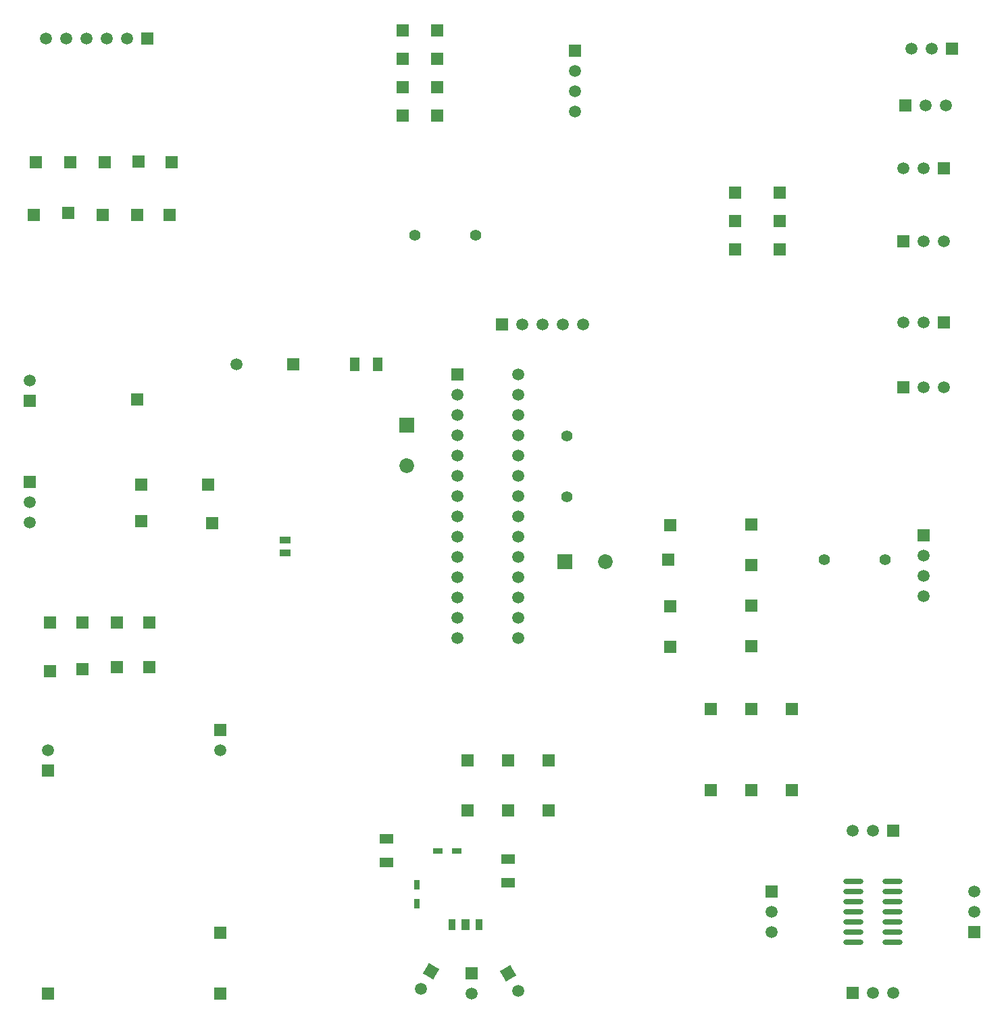
<source format=gbr>
G04 Layer_Color=255*
%FSLAX26Y26*%
%MOIN*%
%TF.FileFunction,Pads,Top*%
%TF.Part,Single*%
G01*
G75*
%TA.AperFunction,SMDPad,CuDef*%
%ADD10R,0.037402X0.053150*%
%ADD11O,0.098425X0.027559*%
%ADD12R,0.053150X0.037402*%
%ADD13R,0.070866X0.045276*%
%ADD14R,0.045000X0.030000*%
%ADD15R,0.030000X0.045000*%
%ADD16R,0.045276X0.070866*%
%TA.AperFunction,ComponentPad*%
%ADD19C,0.059055*%
%ADD20R,0.059055X0.059055*%
%ADD21R,0.059055X0.059055*%
%ADD22C,0.072835*%
%ADD23R,0.072835X0.072835*%
%ADD24P,0.083516X4X285.0*%
%ADD25P,0.083516X4X345.0*%
%ADD26C,0.055118*%
%ADD27R,0.072835X0.072835*%
D10*
X2376496Y420000D02*
D03*
X2313504Y420000D02*
D03*
X2306496Y420000D02*
D03*
X2243504Y420000D02*
D03*
D11*
X4223544Y635000D02*
D03*
Y585000D02*
D03*
Y535000D02*
D03*
Y485000D02*
D03*
Y435000D02*
D03*
Y385000D02*
D03*
Y335000D02*
D03*
X4416456Y635000D02*
D03*
Y585000D02*
D03*
Y535000D02*
D03*
Y485000D02*
D03*
Y435000D02*
D03*
Y385000D02*
D03*
Y335000D02*
D03*
D12*
X1420000Y2253504D02*
D03*
Y2316496D02*
D03*
D13*
X1920000Y727914D02*
D03*
Y842086D02*
D03*
X2520000Y742086D02*
D03*
Y627914D02*
D03*
D14*
X2173740Y785000D02*
D03*
X2266260D02*
D03*
D15*
X2070000Y523740D02*
D03*
Y616260D02*
D03*
D16*
X1877086Y3185000D02*
D03*
X1762914D02*
D03*
D19*
X3820000Y385000D02*
D03*
Y485000D02*
D03*
X4420000Y85000D02*
D03*
X4320000D02*
D03*
X4820000Y585000D02*
D03*
Y485000D02*
D03*
X4220000Y885000D02*
D03*
X4320000D02*
D03*
X1180236Y3185000D02*
D03*
X2590000Y3380000D02*
D03*
X2690000D02*
D03*
X2790000D02*
D03*
X2890000D02*
D03*
X160000Y3105000D02*
D03*
X240000Y4790000D02*
D03*
X340000D02*
D03*
X440000D02*
D03*
X540000D02*
D03*
X640000D02*
D03*
X160000Y2405000D02*
D03*
Y2505000D02*
D03*
X4570000Y2240000D02*
D03*
Y2140000D02*
D03*
Y2040000D02*
D03*
X2090000Y103398D02*
D03*
X2340000Y80000D02*
D03*
X2570000Y93398D02*
D03*
Y1835000D02*
D03*
Y1935000D02*
D03*
Y2035000D02*
D03*
Y2135000D02*
D03*
Y2235000D02*
D03*
Y2335000D02*
D03*
Y2435000D02*
D03*
Y2535000D02*
D03*
Y2635000D02*
D03*
Y2735000D02*
D03*
Y2835000D02*
D03*
Y2935000D02*
D03*
Y3035000D02*
D03*
Y3135000D02*
D03*
X2270000Y1835000D02*
D03*
Y1935000D02*
D03*
Y2035000D02*
D03*
Y2135000D02*
D03*
Y2235000D02*
D03*
Y2335000D02*
D03*
Y2435000D02*
D03*
Y2535000D02*
D03*
Y2635000D02*
D03*
Y2735000D02*
D03*
Y2835000D02*
D03*
Y2935000D02*
D03*
Y3035000D02*
D03*
X2850000Y4630000D02*
D03*
Y4530000D02*
D03*
Y4430000D02*
D03*
X4670000Y3070000D02*
D03*
X4570000D02*
D03*
X4470000Y3390000D02*
D03*
X4570000D02*
D03*
X4670000Y3790000D02*
D03*
X4570000D02*
D03*
X4470000Y4150000D02*
D03*
X4570000D02*
D03*
X4680000Y4460000D02*
D03*
X4580000D02*
D03*
X4510000Y4740000D02*
D03*
X4610000D02*
D03*
X250000Y1280000D02*
D03*
X1100000D02*
D03*
D20*
X3820000Y585000D02*
D03*
X4820000Y385000D02*
D03*
X3320000Y1990000D02*
D03*
Y1790000D02*
D03*
Y2390000D02*
D03*
X3310000Y2220000D02*
D03*
X160000Y3005000D02*
D03*
X3640000Y3890000D02*
D03*
X2520000Y985000D02*
D03*
X2720000D02*
D03*
X2320000D02*
D03*
X3520000Y1085000D02*
D03*
X2520000Y1230000D02*
D03*
X3720000Y1485000D02*
D03*
X710000Y2410000D02*
D03*
X3920000Y1485000D02*
D03*
X160000Y2605000D02*
D03*
X710000Y2590000D02*
D03*
X1060000Y2400000D02*
D03*
X1040000Y2590000D02*
D03*
X3520000Y1485000D02*
D03*
X2720000Y1230000D02*
D03*
X4570000Y2340000D02*
D03*
X2340000Y180000D02*
D03*
X860000Y4180000D02*
D03*
X695000Y4185000D02*
D03*
X530000Y4180000D02*
D03*
X590000Y1910000D02*
D03*
X750000D02*
D03*
X590000Y1690000D02*
D03*
X750000D02*
D03*
X350000Y3930000D02*
D03*
X690000Y3920000D02*
D03*
X850000D02*
D03*
X520000D02*
D03*
X180000D02*
D03*
X2000000Y4550000D02*
D03*
Y4410000D02*
D03*
Y4690000D02*
D03*
X260000Y1910000D02*
D03*
X420000D02*
D03*
Y1680000D02*
D03*
X260000Y1670000D02*
D03*
X2000000Y4830000D02*
D03*
X2170000Y4690000D02*
D03*
Y4410000D02*
D03*
Y4830000D02*
D03*
Y4550000D02*
D03*
X2850000Y4730000D02*
D03*
X3640000Y3750000D02*
D03*
X3860000Y3890000D02*
D03*
X3640000Y4030000D02*
D03*
X3860000D02*
D03*
Y3750000D02*
D03*
X2320000Y1230000D02*
D03*
X250000Y1180000D02*
D03*
X690000Y3010000D02*
D03*
X1100000Y1380000D02*
D03*
X250000Y80000D02*
D03*
X1100000Y380000D02*
D03*
Y80000D02*
D03*
D21*
X4220000Y85000D02*
D03*
X4420000Y885000D02*
D03*
X1459764Y3185000D02*
D03*
X2490000Y3380000D02*
D03*
X740000Y4790000D02*
D03*
X3720000Y1085000D02*
D03*
X3920000D02*
D03*
X3720000Y2195000D02*
D03*
Y1995000D02*
D03*
Y1795000D02*
D03*
Y2395000D02*
D03*
X360000Y4180000D02*
D03*
X190000D02*
D03*
X2270000Y3135000D02*
D03*
X4470000Y3070000D02*
D03*
X4670000Y3390000D02*
D03*
X4470000Y3790000D02*
D03*
X4670000Y4150000D02*
D03*
X4480000Y4460000D02*
D03*
X4710000Y4740000D02*
D03*
D22*
X2020000Y2685000D02*
D03*
X3000000Y2210000D02*
D03*
D23*
X2020000Y2885000D02*
D03*
D24*
X2140000Y190000D02*
D03*
D25*
X2520000Y180000D02*
D03*
D26*
X2810000Y2530000D02*
D03*
Y2830000D02*
D03*
X4380000Y2220000D02*
D03*
X4080000D02*
D03*
X2360000Y3820000D02*
D03*
X2060000D02*
D03*
D27*
X2800000Y2210000D02*
D03*
%TF.MD5,9E362DA69B5D2A1485F4FB549813CA29*%
M02*

</source>
